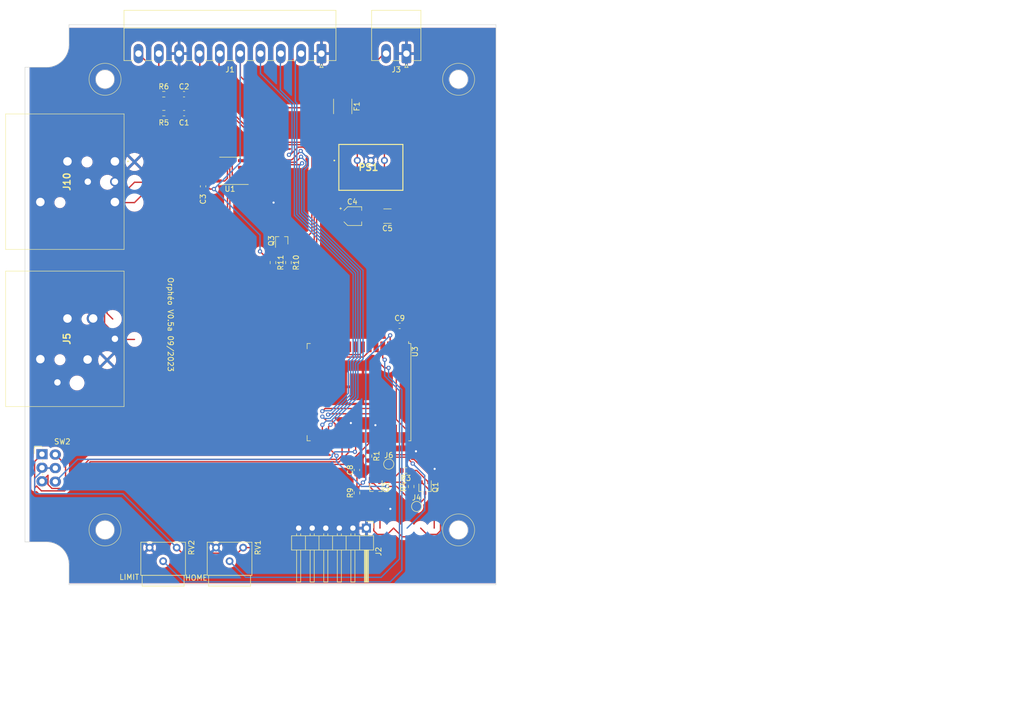
<source format=kicad_pcb>
(kicad_pcb (version 20221018) (generator pcbnew)
  (layers (0 "F.Cu" signal) (31 "B.Cu" signal) (34 "B.Paste" user) (35 "F.Paste" user) (36 "B.SilkS" user "B.Silkscreen") (37 "F.SilkS" user "F.Silkscreen") (38 "B.Mask" user) (39 "F.Mask" user) (44 "Edge.Cuts" user))
  (net 0 "")
  (net 1 "GND")
  (net 2 "+3V3")
  (net 3 "Net-(PS1-+VIN)")
  (net 4 "/ESP32_EN")
  (net 5 "/PROG_RTS")
  (net 6 "Net-(J2-Pin_4)")
  (net 7 "/ESP32_TXO")
  (net 8 "/PROG_DTR")
  (net 9 "/ESP32_BOOT")
  (net 10 "/XLR_DMX_2")
  (net 11 "/XLR_DMX_3")
  (net 12 "/ENA-")
  (net 13 "/DIR+")
  (net 14 "/PUL+")
  (net 15 "/EA+")
  (net 16 "/EB+")
  (net 17 "Net-(Q1-B)")
  (net 18 "Net-(Q2-B)")
  (net 19 "Net-(Q3-B)")
  (net 23 "/ESP32_RXI")
  (net 27 "/ENA")
  (net 28 "/DMX_RO")
  (net 29 "/DMX_DE")
  (net 30 "/DMX_DI")
  (net 32 "/HOME_POT")
  (net 33 "/LIMIT_POT")
  (net 34 "/LIMIT_SWITCH")
  (net 35 "/HOME_SWITCH")
  (net 43 "/ADR1")
  (net 44 "/ADR2")
  (net 45 "/ADR4")
  (net 46 "/ADR8")
  (net 47 "Net-(J3-Pin_2)")
  (footprint "Resistor_SMD:R_0603_1608Metric" (layer "F.Cu") (at 91.512 88.49777 -90)
    (fp_text reference "R11")
    (fp_text value "10k")
  )
  (footprint "Capacitor_SMD:C_1210_3225Metric" (layer "F.Cu") (at 112.956 79.792703 180)
    (fp_text reference "C5")
    (fp_text value "10uF/100V")
  )
  (footprint "RF_Module:ESP32-WROOM-32U" (layer "F.Cu") (at 107.629 112.796703 -90)
    (fp_text reference "U3")
    (fp_text value "ESP32-WROOM")
  )
  (footprint "Resistor_SMD:R_0603_1608Metric" (layer "F.Cu") (at 107.244 131.686703 -90)
    (fp_text reference "R9")
    (fp_text value "10k")
  )
  (footprint "Capacitor_SMD:C_0603_1608Metric" (layer "F.Cu") (at 78.412 74.204703 -90)
    (fp_text reference "C3")
    (fp_text value "0.1uF")
  )
  (footprint "Capacitor_SMD:CP_Elec_3x5.3" (layer "F.Cu") (at 106.376 79.792703)
    (fp_text reference "C4")
    (fp_text value "10uF/100V")
  )
  (footprint "Resistor_SMD:R_0603_1608Metric" (layer "F.Cu") (at 117.4 130.486703 90)
    (fp_text reference "R4")
    (fp_text value "10k")
  )
  (footprint "Resistor_SMD:R_0603_1608Metric" (layer "F.Cu") (at 94.414 88.49777 -90)
    (fp_text reference "R10")
    (fp_text value "1k")
  )
  (footprint "Fuse:Fuse_1812_4532Metric" (layer "F.Cu") (at 104.574 59.218703 -90)
    (fp_text reference "F1")
    (fp_text value "0.5A/100V")
  )
  (footprint "AC3MAH-AU-PRE:AC3FAHL2-AU-PRE" (layer "F.Cu") (at 44.13 106.656703 90)
    (fp_text reference "J5")
    (fp_text value "DMX-IN" hide)
  )
  (footprint "Connector_PinHeader_2.54mm:PinHeader_1x06_P2.54mm_Horizontal" (layer "F.Cu") (at 109.022 138.290703 -90)
    (fp_text reference "J2")
    (fp_text value "Conn_01x06")
  )
  (footprint "Package_TO_SOT_SMD:SOT-323_SC-70" (layer "F.Cu") (at 93.144 84.364703 90)
    (fp_text reference "Q3")
    (fp_text value "BC847W")
  )
  (footprint "Package_TO_SOT_SMD:SOT-323_SC-70" (layer "F.Cu") (at 120 130.686703 -90)
    (fp_text reference "Q1")
    (fp_text value "BC847W")
  )
  (footprint "Package_TO_SOT_SMD:SOT-323_SC-70" (layer "F.Cu") (at 110.8 130.686703 -90)
    (fp_text reference "Q2")
    (fp_text value "BC847W")
  )
  (footprint "Connector_Phoenix_MC:PhoenixContact_MC_1,5_2-G-3.81_1x02_P3.81mm_Horizontal" (layer "F.Cu") (at 116.512 49.312703 180)
    (fp_text reference "J3")
    (fp_text value "Screw_Terminal_01x02")
  )
  (footprint "TestPoint:TestPoint_Pad_D1.5mm" (layer "F.Cu") (at 118.42 134.226703)
    (fp_text reference "J4")
    (fp_text value "TEST_1P")
  )
  (footprint "AC3MAH-AU-PRE:AC3MAH-AU-PRE" (layer "F.Cu") (at 61.89 69.522703 90)
    (fp_text reference "J10")
    (fp_text value "DMX-OUT" hide)
  )
  (footprint "Resistor_SMD:R_0603_1608Metric" (layer "F.Cu") (at 71.059 60.488703 180)
    (fp_text reference "R5")
    (fp_text value "10k")
  )
  (footprint "Resistor_SMD:R_0603_1608Metric" (layer "F.Cu") (at 116.4 127.486703 180)
    (fp_text reference "R3")
    (fp_text value "10k")
  )
  (footprint "Connector_Phoenix_MC:PhoenixContact_MC_1,5_10-G-3.81_1x10_P3.81mm_Horizontal" (layer "F.Cu") (at 100.596 49.312703 180)
    (fp_text reference "J1")
    (fp_text value "Conn_01x10_Socket")
  )
  (footprint "Capacitor_SMD:C_0603_1608Metric" (layer "F.Cu") (at 74.856 60.488703)
    (fp_text reference "C1")
    (fp_text value "100nF")
  )
  (footprint "Capacitor_SMD:C_0603_1608Metric" (layer "F.Cu") (at 115.242 100.366703)
    (fp_text reference "C9")
    (fp_text value "0.1uF")
  )
  (footprint "Button_Switch_THT:Nidec_SD-2011" (layer "F.Cu") (at 48.226 124.426703)
    (fp_text reference "SW2")
    (fp_text value "SW_Coded_SH-7010")
  )
  (footprint "Resistor_SMD:R_0603_1608Metric" (layer "F.Cu") (at 71.046 56.932703 180)
    (fp_text reference "R6")
    (fp_text value "10k")
  )
  (footprint "KiCad:TSR0648120WI" (layer "F.Cu") (at 107.31 69.348703)
    (fp_text reference "PS1")
    (fp_text value "TSR_0.6-4833WI" hide)
  )
  (footprint "TestPoint:TestPoint_Pad_D1.5mm" (layer "F.Cu") (at 113.2 126.286703)
    (fp_text reference "J6")
    (fp_text value "TEST_1P")
  )
  (footprint "Potentiometer_THT:Potentiometer_Bourns_3339W_Horizontal" (layer "F.Cu") (at 73.469 141.945703 -90)
    (fp_text reference "RV2")
    (fp_text value "R_Potentiometer")
  )
  (footprint "Package_SO:SOIC-8_3.9x4.9mm_P1.27mm" (layer "F.Cu") (at 83.45 71.293703 180)
    (fp_text reference "U1")
    (fp_text value "SP3485CN")
  )
  (footprint "Resistor_SMD:R_0603_1608Metric" (layer "F.Cu") (at 109.5 124.786703 -90)
    (fp_text reference "R1")
    (fp_text value "1k")
  )
  (footprint "Potentiometer_THT:Potentiometer_Bourns_3339W_Horizontal" (layer "F.Cu") (at 85.915 141.945703 -90)
    (fp_text reference "RV1")
    (fp_text value "R_Potentiometer")
  )
  (footprint "Capacitor_SMD:C_0603_1608Metric" (layer "F.Cu") (at 74.843 56.932703)
    (fp_text reference "C2")
    (fp_text value "100nF")
  )
  (footprint "Capacitor_SMD:C_0603_1608Metric" (layer "F.Cu") (at 107.244 127.381703 90)
    (fp_text reference "C8")
    (fp_text value "1uF")
  )
  (gr_circle (center 60.04 54.130703) (end 63.04 54.130703) (stroke (width 0.09)) (fill none) (layer "F.SilkS"))
  (gr_circle (center 126.29 54.130703) (end 129.29 54.130703) (stroke (width 0.09)) (fill none) (layer "F.SilkS"))
  (gr_circle (center 126.29 138.630703) (end 129.29 138.630703) (stroke (width 0.09)) (fill none) (layer "F.SilkS"))
  (gr_circle (center 60.04 138.630703) (end 63.04 138.630703) (stroke (width 0.09)) (fill none) (layer "F.SilkS"))
  (gr_arc (start 53.29 47.630703) (mid 52.045203 50.635906) (end 49.04 51.880703) (stroke (width 0.09)) (layer "Edge.Cuts"))
  (gr_line (start 53.29 148.880703) (end 53.29 145.130703) (stroke (width 0.09)) (layer "Edge.Cuts"))
  (gr_line (start 49.04 140.880703) (end 45.04 140.880703) (stroke (width 0.09)) (layer "Edge.Cuts"))
  (gr_line (start 133.29 43.880703) (end 133.29 148.880703) (stroke (width 0.09)) (layer "Edge.Cuts"))
  (gr_line (start 53.29 47.630703) (end 53.29 43.880703) (stroke (width 0.09)) (layer "Edge.Cuts"))
  (gr_line (start 133.29 148.880703) (end 53.29 148.880703) (stroke (width 0.09)) (layer "Edge.Cuts"))
  (gr_circle (center 126.29 54.130703) (end 128.04 54.130703) (stroke (width 0.09)) (fill none) (layer "Edge.Cuts"))
  (gr_circle (center 60.04 138.630703) (end 61.79 138.630703) (stroke (width 0.09)) (fill none) (layer "Edge.Cuts"))
  (gr_circle (center 60.04 54.130703) (end 61.79 54.130703) (stroke (width 0.09)) (fill none) (layer "Edge.Cuts"))
  (gr_line (start 53.29 43.880703) (end 133.29 43.880703) (stroke (width 0.09)) (layer "Edge.Cuts"))
  (gr_line (start 45.04 140.880703) (end 45.04 51.880703) (stroke (width 0.09)) (layer "Edge.Cuts"))
  (gr_circle (center 126.29 138.630703) (end 128.04 138.630703) (stroke (width 0.09)) (fill none) (layer "Edge.Cuts"))
  (gr_arc (start 49.04 140.880703) (mid 52.045203 142.125499) (end 53.29 145.130703) (stroke (width 0.09)) (layer "Edge.Cuts"))
  (gr_line (start 45.04 51.880703) (end 49.04 51.880703) (stroke (width 0.09)) (layer "Edge.Cuts"))
  (gr_text "Orphéo V0.5a 09/2023" (at 72.316 100.112703 270) (layer "F.SilkS") (effects (font (size 1 1))))
  (gr_text "HOME" (at 77.142 147.610703) (layer "F.SilkS") (effects (font (size 1 1))))
  (gr_text "LIMIT" (at 64.569 147.483703) (layer "F.SilkS") (effects (font (size 1 1))))
  (via (at 110.7 118.986703) (size 0.8) (drill 0.4) (layers "F.Cu" "B.Cu") (net 1))
  (via (at 91.62 77.252703) (size 0.8) (drill 0.4) (layers "F.Cu" "B.Cu") (net 1))
  (via (at 118.3 123.886703) (size 0.8) (drill 0.4) (layers "F.Cu" "B.Cu") (net 1))
  (via (at 113.5 134.686703) (size 0.8) (drill 0.4) (layers "F.Cu" "B.Cu") (net 1))
  (via (at 121.8 127.186703) (size 0.8) (drill 0.4) (layers "F.Cu" "B.Cu") (net 1))
  (via (at 106.1 118.586703) (size 0.8) (drill 0.4) (layers "F.Cu" "B.Cu") (net 1))
  (segment (start 123.347 126.659703) (end 123.347 139.334703) (width 0.25) (layer "F.Cu") (net 2))
  (segment (start 80.975 73.198703) (end 78.643 73.198703) (width 0.25) (layer "F.Cu") (net 2))
  (segment (start 114.431 76.793703) (end 114.431 79.792703) (width 0.25) (layer "F.Cu") (net 2))
  (segment (start 91.512 87.67277) (end 90.356067 87.67277) (width 0.25) (layer "F.Cu") (net 2))
  (segment (start 71.034 61.288703) (end 70.234 60.488703) (width 0.25) (layer "F.Cu") (net 2))
  (segment (start 90.356067 87.67277) (end 89.08 86.396703) (width 0.25) (layer "F.Cu") (net 2))
  (segment (start 73.624 61.288703) (end 71.034 61.288703) (width 0.25) (layer "F.Cu") (net 2))
  (segment (start 112.927 139.465703) (end 114.102 138.290703) (width 0.25) (layer "F.Cu") (net 2))
  (segment (start 85.915 141.945703) (end 97.81 141.945703) (width 0.25) (layer "F.Cu") (net 2))
  (segment (start 115.727 139.915703) (end 114.102 138.290703) (width 0.25) (layer "F.Cu") (net 2))
  (segment (start 80.444 74.712703) (end 79.695 74.712703) (width 0.25) (layer "F.Cu") (net 2))
  (segment (start 97.81 141.945703) (end 107.244 132.511703) (width 0.25) (layer "F.Cu") (net 2))
  (segment (start 114.614 117.926703) (end 123.347 126.659703) (width 0.25) (layer "F.Cu") (net 2))
  (segment (start 114.614 104.296703) (end 114.614 100.513703) (width 0.25) (layer "F.Cu") (net 2))
  (segment (start 85.4 53.586703) (end 85.4 49.312703) (width 0.25) (layer "F.Cu") (net 2))
  (segment (start 122.766 139.915703) (end 115.727 139.915703) (width 0.25) (layer "F.Cu") (net 2))
  (segment (start 112.39 69.348703) (end 112.39 74.654703) (width 0.25) (layer "F.Cu") (net 2))
  (segment (start 123.347 139.334703) (end 122.766 139.915703) (width 0.25) (layer "F.Cu") (net 2))
  (segment (start 81.627208 67.086703) (end 79.422001 67.086703) (width 0.25) (layer "F.Cu") (net 2))
  (segment (start 84.87 142.990703) (end 85.915 141.945703) (width 0.25) (layer "F.Cu") (net 2))
  (segment (start 91.286 59.472703) (end 85.4 53.586703) (width 0.25) (layer "F.Cu") (net 2))
  (segment (start 114.467 100.366703) (end 114.467 79.828703) (width 0.25) (layer "F.Cu") (net 2))
  (segment (start 112.39 69.348703) (end 112.39 66.59653) (width 0.25) (layer "F.Cu") (net 2))
  (segment (start 111.075299 139.465703) (end 112.927 139.465703) (width 0.25) (layer "F.Cu") (net 2))
  (segment (start 114.48 76.744703) (end 114.431 76.793703) (width 0.25) (layer "F.Cu") (net 2))
  (segment (start 109.085 132.511703) (end 110.387 133.813703) (width 0.25) (layer "F.Cu") (net 2))
  (segment (start 112.39 74.654703) (end 114.48 76.744703) (width 0.25) (layer "F.Cu") (net 2))
  (segment (start 114.614 104.296703) (end 114.614 117.926703) (width 0.25) (layer "F.Cu") (net 2))
  (segment (start 107.244 132.511703) (end 109.085 132.511703) (width 0.25) (layer "F.Cu") (net 2))
  (segment (start 110.387 138.777404) (end 111.075299 139.465703) (width 0.25) (layer "F.Cu") (net 2))
  (segment (start 70.221 60.475703) (end 70.234 60.488703) (width 0.25) (layer "F.Cu") (net 2))
  (segment (start 80.975 73.198703) (end 82.466 73.198703) (width 0.25) (layer "F.Cu") (net 2))
  (segment (start 74.514 142.990703) (end 84.87 142.990703) (width 0.25) (layer "F.Cu") (net 2))
  (segment (start 78.643 73.198703) (end 78.412 73.429703) (width 0.25) (layer "F.Cu") (net 2))
  (segment (start 112.39 66.59653) (end 105.266173 59.472703) (width 0.25) (layer "F.Cu") (net 2))
  (segment (start 82.466 73.198703) (end 82.974 72.690703) (width 0.25) (layer "F.Cu") (net 2))
  (segment (start 110.387 133.813703) (end 110.387 138.777404) (width 0.25) (layer "F.Cu") (net 2))
  (segment (start 82.974 68.433495) (end 81.627208 67.086703) (width 0.25) (layer "F.Cu") (net 2))
  (segment (start 114.614 100.513703) (end 114.467 100.366703) (width 0.25) (layer "F.Cu") (net 2))
  (segment (start 70.221 56.932703) (end 70.221 60.475703) (width 0.25) (layer "F.Cu") (net 2))
  (segment (start 82.974 72.690703) (end 82.974 68.433495) (width 0.25) (layer "F.Cu") (net 2))
  (segment (start 79.695 74.712703) (end 78.412 73.429703) (width 0.25) (layer "F.Cu") (net 2))
  (segment (start 114.467 79.828703) (end 114.431 79.792703) (width 0.25) (layer "F.Cu") (net 2))
  (segment (start 105.266173 59.472703) (end 91.286 59.472703) (width 0.25) (layer "F.Cu") (net 2))
  (segment (start 79.422001 67.086703) (end 73.624 61.288703) (width 0.25) (layer "F.Cu") (net 2))
  (segment (start 73.469 141.945703) (end 74.514 142.990703) (width 0.25) (layer "F.Cu") (net 2))
  (via (at 89.08 86.396703) (size 0.8) (drill 0.4) (layers "F.Cu" "B.Cu") (net 2))
  (via (at 80.444 74.712703) (size 0.8) (drill 0.4) (layers "F.Cu" "B.Cu") (net 2))
  (segment (start 46.851 128.978581) (end 48.792878 127.036703) (width 0.25) (layer "B.Cu") (net 2))
  (segment (start 89.08 83.348703) (end 80.444 74.712703) (width 0.25) (layer "B.Cu") (net 2))
  (segment (start 48.296 127.036703) (end 48.226 126.966703) (width 0.25) (layer "B.Cu") (net 2))
  (segment (start 48.792878 127.036703) (end 50.726 127.036703) (width 0.25) (layer "B.Cu") (net 2))
  (segment (start 50.726 127.036703) (end 48.296 127.036703) (width 0.25) (layer "B.Cu") (net 2))
  (segment (start 73.469 141.945703) (end 63.38 131.856703) (width 0.25) (layer "B.Cu") (net 2))
  (segment (start 89.08 86.396703) (end 89.08 83.348703) (width 0.25) (layer "B.Cu") (net 2))
  (segment (start 80.444 74.712703) (end 85.356 69.800703) (width 0.25) (layer "B.Cu") (net 2))
  (segment (start 46.851 131.567703) (end 46.851 128.978581) (width 0.25) (layer "B.Cu") (net 2))
  (segment (start 63.38 131.856703) (end 47.14 131.856703) (width 0.25) (layer "B.Cu") (net 2))
  (segment (start 47.14 131.856703) (end 46.851 131.567703) (width 0.25) (layer "B.Cu") (net 2))
  (segment (start 85.356 69.800703) (end 85.356 49.312703) (width 0.25) (layer "B.Cu") (net 2))
  (segment (start 107.31 77.358703) (end 104.876 79.792703) (width 0.25) (layer "F.Cu") (net 3))
  (segment (start 107.31 69.348703) (end 107.31 77.358703) (width 0.25) (layer "F.Cu") (net 3))
  (segment (start 104.574 61.356203) (end 107.31 64.092203) (width 0.25) (layer "F.Cu") (net 3))
  (segment (start 107.31 64.092203) (end 107.31 69.348703) (width 0.25) (layer "F.Cu") (net 3))
  (segment (start 109.6 130.486703) (end 109.6 128.822703) (width 0.25) (layer "F.Cu") (net 4))
  (segment (start 110.584 126.706703) (end 111.004 126.286703) (width 0.25) (layer "F.Cu") (net 4))
  (segment (start 108.3595 129.746203) (end 107.244 130.861703) (width 0.25) (layer "F.Cu") (net 4))
  (segment (start 110.584 127.838703) (end 110.584 126.706703) (width 0.25) (layer "F.Cu") (net 4))
  (segment (start 107.244 130.861703) (end 107.244 128.156703) (width 0.25) (layer "F.Cu") (net 4))
  (segment (start 108.069 131.686703) (end 107.244 130.861703) (width 0.25) (layer "F.Cu") (net 4))
  (segment (start 113.464 104.176703) (end 113.344 104.296703) (width 0.25) (layer "F.Cu") (net 4))
  (segment (start 113.464 102.144703) (end 113.464 104.176703) (width 0.25) (layer "F.Cu") (net 4))
  (segment (start 111.004 126.286703) (end 113.2 126.286703) (width 0.25) (layer "F.Cu") (net 4))
  (segment (start 110.8 131.686703) (end 109.6 130.486703) (width 0.25) (layer "F.Cu") (net 4))
  (segment (start 110.8 131.686703) (end 108.069 131.686703) (width 0.25) (layer "F.Cu") (net 4))
  (segment (start 109.6 128.822703) (end 110.584 127.838703) (width 0.25) (layer "F.Cu") (net 4))
  (via (at 113.464 102.144703) (size 0.8) (drill 0.4) (layers "F.Cu" "B.Cu") (net 4))
  (via (at 108.3595 129.746203) (size 0.8) (drill 0.4) (layers "F.Cu" "B.Cu") (net 4))
  (segment (start 108.9 106.708703) (end 113.464 102.144703) (width 0.25) (layer "B.Cu") (net 4))
  (segment (start 108.3595 129.746203) (end 108.9 129.205703) (width 0.25) (layer "B.Cu") (net 4))
  (segment (start 108.9 129.205703) (end 108.9 106.708703) (width 0.25) (layer "B.Cu") (net 4))
  (segment (start 115.575 127.486703) (end 114.05 129.011703) (width 0.25) (layer "F.Cu") (net 5))
  (segment (start 111.562 131.098703) (end 110.15 129.686703) (width 0.25) (layer "F.Cu") (net 5))
  (segment (start 111.562 138.290703) (end 111.562 131.098703) (width 0.25) (layer "F.Cu") (net 5))
  (segment (start 114.05 129.011703) (end 110.825 129.011703) (width 0.25) (layer "F.Cu") (net 5))
  (segment (start 110.825 129.011703) (end 110.15 129.686703) (width 0.25) (layer "F.Cu") (net 5))
  (segment (start 117.7 126.186703) (end 116.5 124.986703) (width 0.25) (layer "F.Cu") (net 6))
  (segment (start 110.125 124.986703) (end 109.5 125.611703) (width 0.25) (layer "F.Cu") (net 6))
  (segment (start 116.5 124.986703) (end 110.125 124.986703) (width 0.25) (layer "F.Cu") (net 6))
  (via (at 117.7 126.186703) (size 0.8) (drill 0.4) (layers "F.Cu" "B.Cu") (net 6))
  (segment (start 117.7 126.186703) (end 119.944 128.430703) (width 0.25) (layer "B.Cu") (net 6))
  (segment (start 119.944 128.430703) (end 119.944 134.988703) (width 0.25) (layer "B.Cu") (net 6))
  (segment (start 119.944 134.988703) (end 116.642 138.290703) (width 0.25) (layer "B.Cu") (net 6))
  (segment (start 117.919454 125.380852) (end 122.897 130.358398) (width 0.25) (layer "F.Cu") (net 7))
  (segment (start 112.074 121.296703) (end 112.074 122.546703) (width 0.25) (layer "F.Cu") (net 7))
  (segment (start 122.897 138.777404) (end 122.208701 139.465703) (width 0.25) (layer "F.Cu") (net 7))
  (segment (start 116.686396 124.536703) (end 117.530546 125.380852) (width 0.25) (layer "F.Cu") (net 7))
  (segment (start 120.357 139.465703) (end 119.182 138.290703) (width 0.25) (layer "F.Cu") (net 7))
  (segment (start 117.530546 125.380852) (end 117.919454 125.380852) (width 0.25) (layer "F.Cu") (net 7))
  (segment (start 114.064 124.536703) (end 116.686396 124.536703) (width 0.25) (layer "F.Cu") (net 7))
  (segment (start 122.897 130.358398) (end 122.897 138.777404) (width 0.25) (layer "F.Cu") (net 7))
  (segment (start 112.074 122.546703) (end 114.064 124.536703) (width 0.25) (layer "F.Cu") (net 7))
  (segment (start 122.208701 139.465703) (end 120.357 139.465703) (width 0.25) (layer "F.Cu") (net 7))
  (segment (start 121.722 132.058703) (end 119.35 129.686703) (width 0.25) (layer "F.Cu") (net 8))
  (segment (start 121.722 138.290703) (end 121.722 132.058703) (width 0.25) (layer "F.Cu") (net 8))
  (segment (start 117.4 129.661703) (end 119.325 129.661703) (width 0.25) (layer "F.Cu") (net 8))
  (segment (start 100.94 123.692703) (end 99.374 122.126703) (width 0.25) (layer "F.Cu") (net 9))
  (segment (start 103.413415 124.713203) (end 102.392915 123.692703) (width 0.25) (layer "F.Cu") (net 9))
  (segment (start 118.42 134.226703) (end 120 132.646703) (width 0.25) (layer "F.Cu") (net 9))
  (segment (start 99.374 122.126703) (end 99.374 121.296703) (width 0.25) (layer "F.Cu") (net 9))
  (segment (start 112.9 130.471203) (end 114.6645 130.471203) (width 0.25) (layer "F.Cu") (net 9))
  (segment (start 120 132.646703) (end 120 131.686703) (width 0.25) (layer "F.Cu") (net 9))
  (segment (start 114.6645 130.471203) (end 118.42 134.226703) (width 0.25) (layer "F.Cu") (net 9))
  (segment (start 102.392915 123.692703) (end 100.94 123.692703) (width 0.25) (layer "F.Cu") (net 9))
  (via (at 103.413415 124.713203) (size 0.8) (drill 0.4) (layers "F.Cu" "B.Cu") (net 9))
  (via (at 112.9 130.471203) (size 0.8) (drill 0.4) (layers "F.Cu" "B.Cu") (net 9))
  (segment (start 108.059195 130.471203) (end 112.9 130.471203) (width 0.25) (layer "B.Cu") (net 9))
  (segment (start 103.413415 124.713203) (end 103.413415 125.825423) (width 0.25) (layer "B.Cu") (net 9))
  (segment (start 103.413415 125.825423) (end 108.059195 130.471203) (width 0.25) (layer "B.Cu") (net 9))
  (segment (start 71.656 71.156703) (end 65.56 77.252703) (width 0.25) (layer "F.Cu") (net 10))
  (segment (start 60.405 98.011703) (end 61.48 99.086703) (width 0.25) (layer "F.Cu") (net 10))
  (segment (start 62.386396 77.252703) (end 60.405 79.234099) (width 0.25) (layer "F.Cu") (net 10))
  (segment (start 80.711 71.664703) (end 79.428 71.664703) (width 0.25) (layer "F.Cu") (net 10))
  (segment (start 65.56 77.252703) (end 62.386396 77.252703) (width 0.25) (layer "F.Cu") (net 10))
  (segment (start 79.428 71.664703) (end 78.92 71.156703) (width 0.25) (layer "F.Cu") (net 10))
  (segment (start 78.92 71.156703) (end 71.656 71.156703) (width 0.25) (layer "F.Cu") (net 10))
  (segment (start 60.405 79.234099) (end 60.405 98.011703) (width 0.25) (layer "F.Cu") (net 10))
  (segment (start 80.975 71.928703) (end 80.711 71.664703) (width 0.25) (layer "F.Cu") (net 10))
  (segment (start 80.975 70.658703) (end 80.965 70.648703) (width 0.25) (layer "F.Cu") (net 11))
  (segment (start 65.56 73.442703) (end 59.955 79.047703) (width 0.25) (layer "F.Cu") (net 11))
  (segment (start 59.955 99.943703) (end 62.918 102.906703) (width 0.25) (layer "F.Cu") (net 11))
  (segment (start 59.955 79.047703) (end 59.955 99.943703) (width 0.25) (layer "F.Cu") (net 11))
  (segment (start 68.733604 73.442703) (end 65.56 73.442703) (width 0.25) (layer "F.Cu") (net 11))
  (segment (start 80.965 70.648703) (end 71.527604 70.648703) (width 0.25) (layer "F.Cu") (net 11))
  (segment (start 71.527604 70.648703) (end 68.733604 73.442703) (width 0.25) (layer "F.Cu") (net 11))
  (segment (start 62.918 102.906703) (end 65.56 102.906703) (width 0.25) (layer "F.Cu") (net 11))
  (segment (start 97.214812 66.848307) (end 98.79 68.423495) (width 0.25) (layer "F.Cu") (net 12))
  (segment (start 98.79 68.423495) (end 98.79 82.782703) (width 0.25) (layer "F.Cu") (net 12))
  (segment (start 96.195803 66.848307) (end 97.214812 66.848307) (width 0.25) (layer "F.Cu") (net 12))
  (segment (start 98.79 82.782703) (end 98.208 83.364703) (width 0.25) (layer "F.Cu") (net 12))
  (segment (start 98.208 83.364703) (end 93.144 83.364703) (width 0.25) (layer "F.Cu") (net 12))
  (segment (start 94.5095 68.294018) (end 94.750092 68.294018) (width 0.25) (layer "F.Cu") (net 12))
  (segment (start 94.750092 68.294018) (end 96.195803 66.848307) (width 0.25) (layer "F.Cu") (net 12))
  (via (at 94.5095 68.294018) (size 0.8) (drill 0.4) (layers "F.Cu" "B.Cu") (net 12))
  (segment (start 95.075 58.961703) (end 89.166 53.052703) (width 0.25) (layer "B.Cu") (net 12))
  (segment (start 95.075 67.728518) (end 95.075 58.961703) (width 0.25) (layer "B.Cu") (net 12))
  (segment (start 89.166 53.052703) (end 89.166 49.312703) (width 0.25) (layer "B.Cu") (net 12))
  (segment (start 94.5095 68.294018) (end 95.075 67.728518) (width 0.25) (layer "B.Cu") (net 12))
  (segment (start 104.454 103.046703) (end 99.69 98.282703) (width 0.25) (layer "F.Cu") (net 13))
  (segment (start 97.587604 65.948307) (end 89.459604 65.948307) (width 0.25) (layer "F.Cu") (net 13))
  (segment (start 81.4 49.458703) (end 81.546 49.312703) (width 0.25) (layer "F.Cu") (net 13))
  (segment (start 89.459604 65.948307) (end 81.4 57.888703) (width 0.25) (layer "F.Cu") (net 13))
  (segment (start 81.4 57.888703) (end 81.4 49.458703) (width 0.25) (layer "F.Cu") (net 13))
  (segment (start 99.69 68.050703) (end 97.587604 65.948307) (width 0.25) (layer "F.Cu") (net 13))
  (segment (start 99.69 98.282703) (end 99.69 68.050703) (width 0.25) (layer "F.Cu") (net 13))
  (segment (start 104.454 104.296703) (end 104.454 103.046703) (width 0.25) (layer "F.Cu") (net 13))
  (segment (start 97.401208 66.398307) (end 89.273208 66.398307) (width 0.25) (layer "F.Cu") (net 14))
  (segment (start 103.184 102.413099) (end 99.24 98.469099) (width 0.25) (layer "F.Cu") (net 14))
  (segment (start 77.8 54.925099) (end 77.8 49.312703) (width 0.25) (layer "F.Cu") (net 14))
  (segment (start 99.24 68.237099) (end 97.401208 66.398307) (width 0.25) (layer "F.Cu") (net 14))
  (segment (start 99.24 98.469099) (end 99.24 68.237099) (width 0.25) (layer "F.Cu") (net 14))
  (segment (start 103.184 104.296703) (end 103.184 102.413099) (width 0.25) (layer "F.Cu") (net 14))
  (segment (start 89.273208 66.398307) (end 77.8 54.925099) (width 0.25) (layer "F.Cu") (net 14))
  (segment (start 101.985773 116.850948) (end 110.148245 116.850948) (width 0.25) (layer "F.Cu") (net 15))
  (segment (start 101.827518 117.009203) (end 101.985773 116.850948) (width 0.25) (layer "F.Cu") (net 15))
  (segment (start 110.148245 116.850948) (end 113.344 120.046703) (width 0.25) (layer "F.Cu") (net 15))
  (segment (start 113.344 120.046703) (end 113.344 121.296703) (width 0.25) (layer "F.Cu") (net 15))
  (via (at 101.827518 117.009203) (size 0.8) (drill 0.4) (layers "F.Cu" "B.Cu") (net 15))
  (segment (start 106.976 106.087119) (end 106.076 106.987119) (width 0.25) (layer "B.Cu") (net 15))
  (segment (start 95.7 50.708703) (end 95.7 58.313911) (width 0.25) (layer "B.Cu") (net 15))
  (segment (start 106.076 113.211515) (end 102.278312 117.009203) (width 0.25) (layer "B.Cu") (net 15))
  (segment (start 106.976 90.453891) (end 106.976 106.087119) (width 0.25) (layer "B.Cu") (net 15))
  (segment (start 102.278312 117.009203) (end 101.827518 117.009203) (width 0.25) (layer "B.Cu") (net 15))
  (segment (start 95.975 58.588911) (end 95.975 79.452891) (width 0.25) (layer "B.Cu") (net 15))
  (segment (start 96.6 49.808703) (end 95.7 50.708703) (width 0.25) (layer "B.Cu") (net 15))
  (segment (start 95.975 79.452891) (end 106.976 90.453891) (width 0.25) (layer "B.Cu") (net 15))
  (segment (start 95.7 58.313911) (end 95.975 58.588911) (width 0.25) (layer "B.Cu") (net 15))
  (segment (start 106.076 106.987119) (end 106.076 113.211515) (width 0.25) (layer "B.Cu") (net 15))
  (segment (start 101.272 115.860703) (end 111.432 115.860703) (width 0.25) (layer "F.Cu") (net 16))
  (segment (start 111.432 115.860703) (end 114.614 119.042703) (width 0.25) (layer "F.Cu") (net 16))
  (segment (start 100.764 116.368703) (end 101.272 115.860703) (width 0.25) (layer "F.Cu") (net 16))
  (segment (start 114.614 119.042703) (end 114.614 121.296703) (width 0.25) (layer "F.Cu") (net 16))
  (via (at 100.764 116.368703) (size 0.8) (drill 0.4) (layers "F.Cu" "B.Cu") (net 16))
  (segment (start 106.526 90.640287) (end 106.526 105.900723) (width 0.25) (layer "B.Cu") (net 16))
  (segment (start 92.9 49.388703) (end 92.9 56.150307) (width 0.25) (layer "B.Cu") (net 16))
  (segment (start 102.366916 116.284203) (end 100.8485 116.284203) (width 0.25) (layer "B.Cu") (net 16))
  (segment (start 106.526 105.900723) (end 105.626 106.800723) (width 0.25) (layer "B.Cu") (net 16))
  (segment (start 92.9 56.150307) (end 95.525 58.775307) (width 0.25) (layer "B.Cu") (net 16))
  (segment (start 95.525 79.639287) (end 106.526 90.640287) (width 0.25) (layer "B.Cu") (net 16))
  (segment (start 100.8485 116.284203) (end 100.764 116.368703) (width 0.25) (layer "B.Cu") (net 16))
  (segment (start 105.626 113.025119) (end 102.366916 116.284203) (width 0.25) (layer "B.Cu") (net 16))
  (segment (start 92.976 49.312703) (end 92.9 49.388703) (width 0.25) (layer "B.Cu") (net 16))
  (segment (start 105.626 106.800723) (end 105.626 113.025119) (width 0.25) (layer "B.Cu") (net 16))
  (segment (start 95.525 58.775307) (end 95.525 79.639287) (width 0.25) (layer "B.Cu") (net 16))
  (segment (start 118.45 127.486703) (end 117.225 127.486703) (width 0.25) (layer "F.Cu") (net 17))
  (segment (start 120.65 129.686703) (end 118.45 127.486703) (width 0.25) (layer "F.Cu") (net 17))
  (segment (start 115.775 129.686703) (end 117.4 131.311703) (width 0.25) (layer "F.Cu") (net 18))
  (segment (start 111.45 129.686703) (end 115.775 129.686703) (width 0.25) (layer "F.Cu") (net 18))
  (segment (start 94.414 89.32277) (end 91.512 89.32277) (width 0.25) (layer "F.Cu") (net 19))
  (segment (start 92.494 88.34077) (end 91.512 89.32277) (width 0.25) (layer "F.Cu") (net 19))
  (segment (start 92.494 85.364703) (end 92.494 88.34077) (width 0.25) (layer "F.Cu") (net 19))
  (segment (start 110.804 122.657703) (end 110.804 121.296703) (width 0.25) (layer "F.Cu") (net 23))
  (segment (start 109.5 123.961703) (end 110.804 122.657703) (width 0.25) (layer "F.Cu") (net 23))
  (segment (start 97.976067 87.67277) (end 94.414 87.67277) (width 0.25) (layer "F.Cu") (net 27))
  (segment (start 98.79 98.655495) (end 98.79 88.486703) (width 0.25) (layer "F.Cu") (net 27))
  (segment (start 101.914 104.296703) (end 101.914 101.779495) (width 0.25) (layer "F.Cu") (net 27))
  (segment (start 101.914 101.779495) (end 98.79 98.655495) (width 0.25) (layer "F.Cu") (net 27))
  (segment (start 98.79 88.486703) (end 97.976067 87.67277) (width 0.25) (layer "F.Cu") (net 27))
  (segment (start 100.764 117.384703) (end 101.563 118.183703) (width 0.25) (layer "F.Cu") (net 28))
  (segment (start 96.959349 69.881354) (end 96.7 70.140703) (width 0.25) (layer "F.Cu") (net 28))
  (segment (start 103.184 118.779398) (end 103.184 121.296703) (width 0.25) (layer "F.Cu") (net 28))
  (segment (start 88.562 73.198703) (end 85.925 73.198703) (width 0.25) (layer "F.Cu") (net 28))
  (segment (start 102.588305 118.183703) (end 103.184 118.779398) (width 0.25) (layer "F.Cu") (net 28))
  (segment (start 96.7 70.140703) (end 91.62 70.140703) (width 0.25) (layer "F.Cu") (net 28))
  (segment (start 101.563 118.183703) (end 102.588305 118.183703) (width 0.25) (layer "F.Cu") (net 28))
  (segment (start 91.62 70.140703) (end 88.562 73.198703) (width 0.25) (layer "F.Cu") (net 28))
  (via (at 100.764 117.384703) (size 0.8) (drill 0.4) (layers "F.Cu" "B.Cu") (net 28))
  (via (at 96.959349 69.881354) (size 0.8) (drill 0.4) (layers "F.Cu" "B.Cu") (net 28))
  (segment (start 100.764 117.384703) (end 101.113 117.733703) (width 0.25) (layer "B.Cu") (net 28))
  (segment (start 107.426 90.267495) (end 96.425 79.266495) (width 0.25) (layer "B.Cu") (net 28))
  (segment (start 106.526 107.173515) (end 107.426 106.273515) (width 0.25) (layer "B.Cu") (net 28))
  (segment (start 96.425 70.415703) (end 96.959349 69.881354) (width 0.25) (layer "B.Cu") (net 28))
  (segment (start 96.425 79.266495) (end 96.425 70.415703) (width 0.25) (layer "B.Cu") (net 28))
  (segment (start 102.190208 117.733703) (end 106.526 113.397911) (width 0.25) (layer "B.Cu") (net 28))
  (segment (start 106.526 113.397911) (end 106.526 107.173515) (width 0.25) (layer "B.Cu") (net 28))
  (segment (start 107.426 106.273515) (end 107.426 90.267495) (width 0.25) (layer "B.Cu") (net 28))
  (segment (start 101.113 117.733703) (end 102.190208 117.733703) (width 0.25) (layer "B.Cu") (net 28))
  (segment (start 95.738194 69.690703) (end 91.433604 69.690703) (width 0.25) (layer "F.Cu") (net 29))
  (segment (start 91.433604 69.690703) (end 90.465604 70.658703) (width 0.25) (layer "F.Cu") (net 29))
  (segment (start 100.764 118.908703) (end 100.764 121.176703) (width 0.25) (layer "F.Cu") (net 29))
  (segment (start 96.765746 68.663151) (end 95.738194 69.690703) (width 0.25) (layer "F.Cu") (net 29))
  (segment (start 85.925 70.658703) (end 85.925 71.928703) (width 0.25) (layer "F.Cu") (net 29))
  (segment (start 100.764 121.176703) (end 100.644 121.296703) (width 0.25) (layer "F.Cu") (net 29))
  (segment (start 90.465604 70.658703) (end 85.925 70.658703) (width 0.25) (layer "F.Cu") (net 29))
  (via (at 96.765746 68.663151) (size 0.8) (drill 0.4) (layers "F.Cu" "B.Cu") (net 29))
  (via (at 100.764 118.908703) (size 0.8) (drill 0.4) (layers "F.Cu" "B.Cu") (net 29))
  (segment (start 106.976 107.359911) (end 106.976 113.584307) (width 0.25) (layer "B.Cu") (net 29))
  (segment (start 96.766451 68.663151) (end 97.684349 69.581049) (width 0.25) (layer "B.Cu") (net 29))
  (segment (start 96.765746 68.663151) (end 96.766451 68.663151) (width 0.25) (layer "B.Cu") (net 29))
  (segment (start 102.376604 118.183703) (end 101.489 118.183703) (width 0.25) (layer "B.Cu") (net 29))
  (segment (start 107.876 106.459911) (end 106.976 107.359911) (width 0.25) (layer "B.Cu") (net 29))
  (segment (start 106.976 113.584307) (end 102.376604 118.183703) (width 0.25) (layer "B.Cu") (net 29))
  (segment (start 97.684349 70.181659) (end 96.875 70.991008) (width 0.25) (layer "B.Cu") (net 29))
  (segment (start 101.489 118.183703) (end 100.764 118.908703) (width 0.25) (layer "B.Cu") (net 29))
  (segment (start 97.684349 69.581049) (end 97.684349 70.181659) (width 0.25) (layer "B.Cu") (net 29))
  (segment (start 96.875 79.080099) (end 107.876 90.081099) (width 0.25) (layer "B.Cu") (net 29))
  (segment (start 96.875 70.991008) (end 96.875 79.080099) (width 0.25) (layer "B.Cu") (net 29))
  (segment (start 107.876 90.081099) (end 107.876 106.459911) (width 0.25) (layer "B.Cu") (net 29))
  (segment (start 96.7 67.572807) (end 95.032104 69.240703) (width 0.25) (layer "F.Cu") (net 30))
  (segment (start 101.914 119.282703) (end 102.288 118.908703) (width 0.25) (layer "F.Cu") (net 30))
  (segment (start 95.032104 69.240703) (end 91.247208 69.240703) (width 0.25) (layer "F.Cu") (net 30))
  (segment (start 101.914 121.296703) (end 101.914 119.282703) (width 0.25) (layer "F.Cu") (net 30))
  (segment (start 91.247208 69.240703) (end 91.099208 69.388703) (width 0.25) (layer "F.Cu") (net 30))
  (segment (start 91.099208 69.388703) (end 85.925 69.388703) (width 0.25) (layer "F.Cu") (net 30))
  (via (at 96.7 67.572807) (size 0.8) (drill 0.4) (layers "F.Cu" "B.Cu") (net 30))
  (via (at 102.288 118.908703) (size 0.8) (drill 0.4) (layers "F.Cu" "B.Cu") (net 30))
  (segment (start 108.384 106.588307) (end 107.426 107.546307) (width 0.25) (layer "B.Cu") (net 30))
  (segment (start 96.700707 67.572807) (end 98.134349 69.006449) (width 0.25) (layer "B.Cu") (net 30))
  (segment (start 108.384 89.952703) (end 108.384 106.588307) (width 0.25) (layer "B.Cu") (net 30))
  (segment (start 97.325 78.893703) (end 108.384 89.952703) (width 0.25) (layer "B.Cu") (net 30))
  (segment (start 98.134349 69.006449) (end 98.134349 70.368055) (width 0.25) (layer "B.Cu") (net 30))
  (segment (start 107.426 107.546307) (end 107.426 113.770703) (width 0.25) (layer "B.Cu") (net 30))
  (segment (start 96.7 67.572807) (end 96.700707 67.572807) (width 0.25) (layer "B.Cu") (net 30))
  (segment (start 107.426 113.770703) (end 102.288 118.908703) (width 0.25) (layer "B.Cu") (net 30))
  (segment (start 97.325 71.177404) (end 97.325 78.893703) (width 0.25) (layer "B.Cu") (net 30))
  (segment (start 98.134349 70.368055) (end 97.325 71.177404) (width 0.25) (layer "B.Cu") (net 30))
  (segment (start 112.448 106.716703) (end 112.074 106.342703) (width 0.25) (layer "F.Cu") (net 32))
  (segment (start 112.074 106.342703) (end 112.074 104.296703) (width 0.25) (layer "F.Cu") (net 32))
  (via (at 112.448 106.716703) (size 0.8) (drill 0.4) (layers "F.Cu" "B.Cu") (net 32))
  (segment (start 86.405 147.515703) (end 111.781 147.515703) (width 0.25) (layer "B.Cu") (net 32))
  (segment (start 115.2095 144.087203) (end 115.2095 112.526203) (width 0.25) (layer "B.Cu") (net 32))
  (segment (start 83.375 144.485703) (end 86.405 147.515703) (width 0.25) (layer "B.Cu") (net 32))
  (segment (start 111.781 147.515703) (end 115.2095 144.087203) (width 0.25) (layer "B.Cu") (net 32))
  (segment (start 115.2095 112.526203) (end 112.448 109.764703) (width 0.25) (layer "B.Cu") (net 32))
  (segment (start 112.448 109.764703) (end 112.448 106.716703) (width 0.25) (layer "B.Cu") (net 32))
  (segment (start 111.209 107.075502) (end 111.209 104.701703) (width 0.25) (layer "F.Cu") (net 33))
  (segment (start 113.1725 108.240703) (end 112.374201 108.240703) (width 0.25) (layer "F.Cu") (net 33))
  (segment (start 111.209 104.701703) (end 110.804 104.296703) (width 0.25) (layer "F.Cu") (net 33))
  (segment (start 112.374201 108.240703) (end 111.209 107.075502) (width 0.25) (layer "F.Cu") (net 33))
  (via (at 113.1725 108.240703) (size 0.8) (drill 0.4) (layers "F.Cu" "B.Cu") (net 33))
  (segment (start 115.6595 112.339807) (end 115.6595 146.177203) (width 0.25) (layer "B.Cu") (net 33))
  (segment (start 113.1725 109.852807) (end 115.6595 112.339807) (width 0.25) (layer "B.Cu") (net 33))
  (segment (start 74.816 148.372703) (end 70.929 144.485703) (width 0.25) (layer "B.Cu") (net 33))
  (segment (start 113.1725 108.240703) (end 113.1725 109.852807) (width 0.25) (layer "B.Cu") (net 33))
  (segment (start 113.464 148.372703) (end 74.816 148.372703) (width 0.25) (layer "B.Cu") (net 33))
  (segment (start 115.6595 146.177203) (end 113.464 148.372703) (width 0.25) (layer "B.Cu") (net 33))
  (segment (start 81.813604 66.636703) (end 83.424 68.247099) (width 0.25) (layer "F.Cu") (net 34))
  (segment (start 83.424 73.385099) (end 82.984 73.825099) (width 0.25) (layer "F.Cu") (net 34))
  (segment (start 109.534 105.126703) (end 109.534 104.296703) (width 0.25) (layer "F.Cu") (net 34))
  (segment (start 79.608397 66.636703) (end 81.813604 66.636703) (width 0.25) (layer "F.Cu") (net 34))
  (segment (start 71.146 59.750703) (end 71.146 54.152703) (width 0.25) (layer "F.Cu") (net 34))
  (segment (start 82.984 90.643099) (end 98.549604 106.208703) (width 0.25) (layer "F.Cu") (net 34))
  (segment (start 98.549604 106.208703) (end 108.452 106.208703) (width 0.25) (layer "F.Cu") (net 34))
  (segment (start 108.452 106.208703) (end 109.534 105.126703) (width 0.25) (layer "F.Cu") (net 34))
  (segment (start 71.146 54.152703) (end 66.306 49.312703) (width 0.25) (layer "F.Cu") (net 34))
  (segment (start 74.348 60.755703) (end 74.348 61.376306) (width 0.25) (layer "F.Cu") (net 34))
  (segment (start 74.348 61.376306) (end 79.608397 66.636703) (width 0.25) (layer "F.Cu") (net 34))
  (segment (start 71.884 60.488703) (end 74.081 60.488703) (width 0.25) (layer "F.Cu") (net 34))
  (segment (start 82.984 73.825099) (end 82.984 90.643099) (width 0.25) (layer "F.Cu") (net 34))
  (segment (start 83.424 68.247099) (end 83.424 73.385099) (width 0.25) (layer "F.Cu") (net 34))
  (segment (start 71.884 60.488703) (end 71.146 59.750703) (width 0.25) (layer "F.Cu") (net 34))
  (segment (start 74.081 60.488703) (end 74.348 60.755703) (width 0.25) (layer "F.Cu") (net 34))
  (segment (start 71.596 53.966307) (end 71.596 56.657703) (width 0.25) (layer "F.Cu") (net 35))
  (segment (start 108.264 105.219703) (end 108.264 104.296703) (width 0.25) (layer "F.Cu") (net 35))
  (segment (start 74.068 56.932703) (end 71.871 56.932703) (width 0.25) (layer "F.Cu") (net 35))
  (segment (start 98.736 105.758703) (end 107.725 105.758703) (width 0.25) (layer "F.Cu") (net 35))
  (segment (start 74.317817 59.472703) (end 74.856 60.010886) (width 0.25) (layer "F.Cu") (net 35))
  (segment (start 83.434 90.456703) (end 98.736 105.758703) (width 0.25) (layer "F.Cu") (net 35))
  (segment (start 74.798 61.02452) (end 74.798 61.18991) (width 0.25) (layer "F.Cu") (net 35))
  (segment (start 74.798 61.18991) (end 79.794793 66.186703) (width 0.25) (layer "F.Cu") (net 35))
  (segment (start 82 66.186703) (end 83.874 68.060703) (width 0.25) (layer "F.Cu") (net 35))
  (segment (start 83.434 74.011495) (end 83.434 90.456703) (width 0.25) (layer "F.Cu") (net 35))
  (segment (start 74.856 60.96652) (end 74.798 61.02452) (width 0.25) (layer "F.Cu") (net 35))
  (segment (start 71.871 56.932703) (end 71.871 58.519703) (width 0.25) (layer "F.Cu") (net 35))
  (segment (start 83.874 68.060703) (end 83.874 73.571495) (width 0.25) (layer "F.Cu") (net 35))
  (segment (start 71.596 56.657703) (end 71.871 56.932703) (width 0.25) (layer "F.Cu") (net 35))
  (segment (start 70.116 52.486307) (end 71.596 53.966307) (width 0.25) (layer "F.Cu") (net 35))
  (segment (start 79.794793 66.186703) (end 82 66.186703) (width 0.25) (layer "F.Cu") (net 35))
  (segment (start 107.725 105.758703) (end 108.264 105.219703) (width 0.25) (layer "F.Cu") (net 35))
  (segment (start 70.116 49.312703) (end 70.116 52.486307) (width 0.25) (layer "F.Cu") (net 35))
  (segment (start 71.871 58.519703) (end 72.824 59.472703) (width 0.25) (layer "F.Cu") (net 35))
  (segment (start 83.874 73.571495) (end 83.434 74.011495) (width 0.25) (layer "F.Cu") (net 35))
  (segment (start 72.824 59.472703) (end 74.317817 59.472703) (width 0.25) (layer "F.Cu") (net 35))
  (segment (start 74.856 60.010886) (end 74.856 60.96652) (width 0.25) (layer "F.Cu") (net 35))
  (segment (start 57.472792 126.286703) (end 102.688818 126.286703) (width 0.25) (layer "F.Cu") (net 43))
  (segment (start 47.217439 130.401264) (end 48.117878 131.301703) (width 0.25) (layer "F.Cu") (net 43))
  (segment (start 48.226 124.426703) (end 46.851 125.801703) (width 0.25) (layer "F.Cu") (net 43))
  (segment (start 48.117878 131.301703) (end 52.457792 131.301703) (width 0.25) (layer "F.Cu") (net 43))
  (segment (start 52.457792 131.301703) (end 57.472792 126.286703) (width 0.25) (layer "F.Cu") (net 43))
  (segment (start 46.851 130.767703) (end 47.217439 130.401264) (width 0.25) (layer "F.Cu") (net 43))
  (segment (start 105.535805 126.338203) (end 109.534 122.340008) (width 0.25) (layer "F.Cu") (net 43))
  (segment (start 109.534 122.340008) (end 109.534 121.296703) (width 0.25) (layer "F.Cu") (net 43))
  (segment (start 46.851 125.801703) (end 46.851 130.767703) (width 0.25) (layer "F.Cu") (net 43))
  (segment (start 102.688818 126.286703) (end 102.740318 126.338203) (width 0.25) (layer "F.Cu") (net 43))
  (segment (start 102.740318 126.338203) (end 105.535805 126.338203) (width 0.25) (layer "F.Cu") (net 43))
  (segment (start 106.86 123.988703) (end 106.994 123.854703) (width 0.25) (layer "F.Cu") (net 44))
  (segment (start 106.994 123.854703) (end 106.994 121.296703) (width 0.25) (layer "F.Cu") (net 44))
  (via (at 106.86 123.988703) (size 0.8) (drill 0.4) (layers "F.Cu" "B.Cu") (net 44))
  (segment (start 102.6 124.886703) (end 102.6 124.501313) (width 0.25) (layer "B.Cu") (net 44))
  (segment (start 102.1 125.386703) (end 102.6 124.886703) (width 0.25) (layer "B.Cu") (net 44))
  (segment (start 103.11261 123.988703) (end 106.86 123.988703) (width 0.25) (layer "B.Cu") (net 44))
  (segment (start 102.6 124.501313) (end 103.11261 123.988703) (width 0.25) (layer "B.Cu") (net 44))
  (segment (start 50.726 129.576703) (end 54.916 125.386703) (width 0.25) (layer "B.Cu") (net 44))
  (segment (start 54.916 125.386703) (end 102.1 125.386703) (width 0.25) (layer "B.Cu") (net 44))
  (segment (start 48.226 129.506703) (end 49.351 128.381703) (width 0.25) (layer "F.Cu") (net 45))
  (segment (start 49.351 128.381703) (end 49.351 130.104825) (width 0.25) (layer "F.Cu") (net 45))
  (segment (start 103.899409 125.888203) (end 105.724 124.063612) (width 0.25) (layer "F.Cu") (net 45))
  (segment (start 102.875214 125.836703) (end 102.926714 125.888203) (width 0.25) (layer "F.Cu") (net 45))
  (segment (start 102.926714 125.888203) (end 103.899409 125.888203) (width 0.25) (layer "F.Cu") (net 45))
  (segment (start 49.351 130.104825) (end 50.097878 130.851703) (width 0.25) (layer "F.Cu") (net 45))
  (segment (start 57.286396 125.836703) (end 102.875214 125.836703) (width 0.25) (layer "F.Cu") (net 45))
  (segment (start 50.097878 130.851703) (end 52.271396 130.851703) (width 0.25) (layer "F.Cu") (net 45))
  (segment (start 105.724 124.063612) (end 105.724 121.296703) (width 0.25) (layer "F.Cu") (net 45))
  (segment (start 52.271396 130.851703) (end 57.286396 125.836703) (width 0.25) (layer "F.Cu") (net 45))
  (segment (start 50.726 124.496703) (end 52.64 126.410703) (width 0.25) (layer "F.Cu") (net 46))
  (segment (start 103.06161 125.386703) (end 103.11311 125.438203) (width 0.25) (layer "F.Cu") (net 46))
  (segment (start 57.1 125.386703) (end 103.06161 125.386703) (width 0.25) (layer "F.Cu") (net 46))
  (segment (start 103.713013 125.438203) (end 104.454 124.697216) (width 0.25) (layer "F.Cu") (net 46))
  (segment (start 52.64 126.410703) (end 52.64 129.846703) (width 0.25) (layer "F.Cu") (net 46))
  (segment (start 103.11311 125.438203) (end 103.713013 125.438203) (width 0.25) (layer "F.Cu") (net 46))
  (segment (start 52.64 129.846703) (end 57.1 125.386703) (width 0.25) (layer "F.Cu") (net 46))
  (segment (start 104.454 124.697216) (end 104.454 121.296703) (width 0.25) (layer "F.Cu") (net 46))
  (segment (start 112.8505 48.804703) (end 104.574 57.081203) (width 0.25) (layer "F.Cu") (net 47))
  (segment (start 113.012 48.804703) (end 112.8505 48.804703) (width 0.25) (layer "F.Cu") (net 47))
  (zone (net 1) (net_name "GND") (layers "F&B.Cu") (connect_pads (clearance 0.508)) (min_thickness 0.25) (fill yes (thermal_gap 0.5) (thermal_bridge_width 0.5))
    (polygon (pts (xy 133.53 44.486703) (xy 45.9 44.486703) (xy 45.9 148.626703) (xy 133.53 148.626703)))
  )
)
</source>
